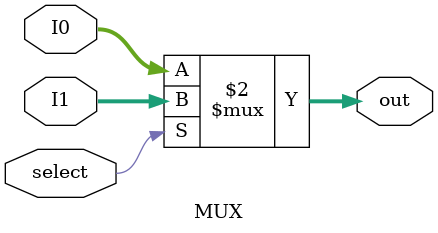
<source format=v>
module MUX (out, select, I1, I0);
	output reg [7:0] out;
	input [7:0] I0, I1;
	input select;
	
	always@(*) begin
		out<= select ? I1: I0;
	end 
endmodule
</source>
